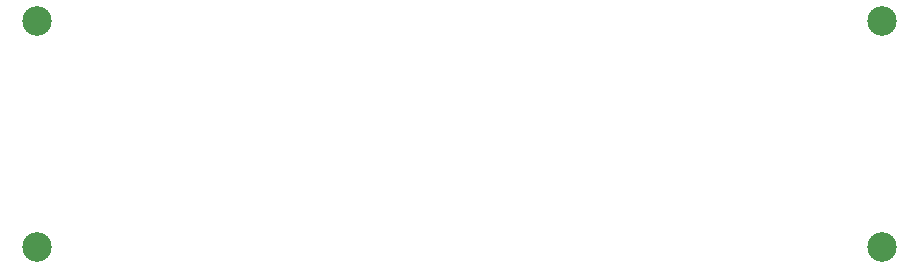
<source format=gbr>
G04 #@! TF.GenerationSoftware,KiCad,Pcbnew,8.0.8*
G04 #@! TF.CreationDate,2025-10-01T20:38:25-04:00*
G04 #@! TF.ProjectId,project-hw-2-18650,70726f6a-6563-4742-9d68-772d322d3138,rev?*
G04 #@! TF.SameCoordinates,Original*
G04 #@! TF.FileFunction,Soldermask,Bot*
G04 #@! TF.FilePolarity,Negative*
%FSLAX46Y46*%
G04 Gerber Fmt 4.6, Leading zero omitted, Abs format (unit mm)*
G04 Created by KiCad (PCBNEW 8.0.8) date 2025-10-01 20:38:25*
%MOMM*%
%LPD*%
G01*
G04 APERTURE LIST*
%ADD10C,2.500000*%
G04 APERTURE END LIST*
D10*
X111800000Y-47550000D03*
X40200000Y-47550000D03*
X111800000Y-28450000D03*
X40200000Y-28450000D03*
M02*

</source>
